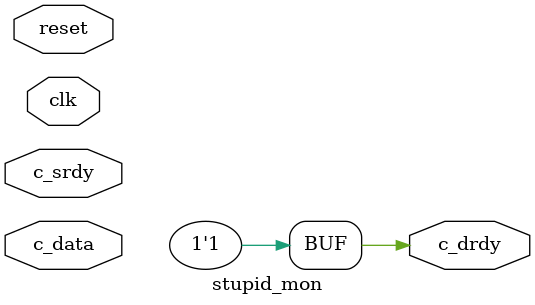
<source format=v>
module stupid_mon
  #(parameter width = 8,
    parameter id = 0)
  (
   input        clk,
   input        reset,
   input        c_srdy,
   output       c_drdy,
   input [width-1:0] c_data
   );
  
  always @(posedge clk)
    begin
      if (c_srdy)
        $display ("Rcv [%02d]: %x", id, c_data);
    end
  assign c_drdy = 1;

endmodule // stupid_mon

</source>
